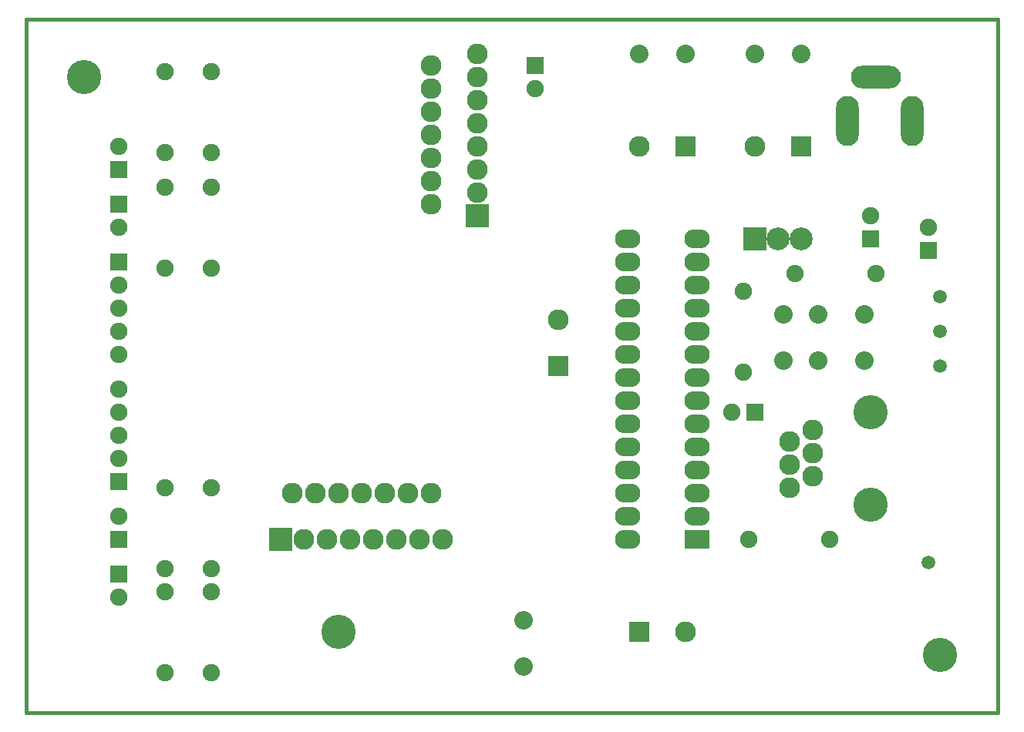
<source format=gbs>
G04 (created by PCBNEW-RS274X (20100406 SVN-R2508)-final) date 07/03/2016 07:58:10*
G01*
G70*
G90*
%MOIN*%
G04 Gerber Fmt 3.4, Leading zero omitted, Abs format*
%FSLAX34Y34*%
G04 APERTURE LIST*
%ADD10C,0.006000*%
%ADD11C,0.015000*%
%ADD12C,0.059400*%
%ADD13O,0.098700X0.216900*%
%ADD14O,0.216900X0.098700*%
%ADD15C,0.080000*%
%ADD16R,0.090000X0.090000*%
%ADD17C,0.090000*%
%ADD18O,0.110000X0.082000*%
%ADD19R,0.110000X0.082000*%
%ADD20R,0.075000X0.075000*%
%ADD21C,0.075000*%
%ADD22R,0.100000X0.100000*%
%ADD23C,0.148000*%
%ADD24C,0.098700*%
%ADD25R,0.098700X0.098700*%
G04 APERTURE END LIST*
G54D10*
G54D11*
X12000Y-45500D02*
X11000Y-45500D01*
X11000Y-15500D02*
X12000Y-15500D01*
X53000Y-45500D02*
X53000Y-15500D01*
X12000Y-45500D02*
X53000Y-45500D01*
X11000Y-15500D02*
X11000Y-45500D01*
X53000Y-15500D02*
X12000Y-15500D01*
G54D12*
X50000Y-39000D03*
X50500Y-30500D03*
X50500Y-29000D03*
X50500Y-27500D03*
G54D13*
X46500Y-19900D03*
X49300Y-19900D03*
G54D14*
X47750Y-18000D03*
G54D15*
X32500Y-41500D03*
X32500Y-43500D03*
X44500Y-17000D03*
X42500Y-17000D03*
X43750Y-30250D03*
X43750Y-28250D03*
X39500Y-17000D03*
X37500Y-17000D03*
X45250Y-28250D03*
X47250Y-28250D03*
X45250Y-30250D03*
X47250Y-30250D03*
G54D16*
X37500Y-42000D03*
G54D17*
X39500Y-42000D03*
G54D16*
X39500Y-21000D03*
G54D17*
X37500Y-21000D03*
G54D16*
X44500Y-21000D03*
G54D17*
X42500Y-21000D03*
G54D16*
X34000Y-30500D03*
G54D17*
X34000Y-28500D03*
G54D18*
X40000Y-37000D03*
X40000Y-36000D03*
X40000Y-35000D03*
X40000Y-34000D03*
X40000Y-33000D03*
X40000Y-32000D03*
X40000Y-31000D03*
X40000Y-30000D03*
X40000Y-29000D03*
X40000Y-28000D03*
X40000Y-27000D03*
X40000Y-26000D03*
X40000Y-25000D03*
G54D19*
X40000Y-38000D03*
G54D18*
X37000Y-25000D03*
X37000Y-26000D03*
X37000Y-27000D03*
X37000Y-28000D03*
X37000Y-29000D03*
X37000Y-30000D03*
X37000Y-31000D03*
X37000Y-32000D03*
X37000Y-33000D03*
X37000Y-34000D03*
X37000Y-35000D03*
X37000Y-36000D03*
X37000Y-37000D03*
X37000Y-38000D03*
G54D20*
X42500Y-32500D03*
G54D21*
X41500Y-32500D03*
G54D20*
X47500Y-25000D03*
G54D21*
X47500Y-24000D03*
G54D22*
X30500Y-24000D03*
G54D17*
X28500Y-23500D03*
X30500Y-23000D03*
X28500Y-22500D03*
X30500Y-22000D03*
X28500Y-21500D03*
X30500Y-21000D03*
X28500Y-20500D03*
X30500Y-20000D03*
X28500Y-19500D03*
X30500Y-19000D03*
X28500Y-18500D03*
X30500Y-18000D03*
X28500Y-17500D03*
X30500Y-17000D03*
G54D22*
X22000Y-38000D03*
G54D17*
X22500Y-36000D03*
X23000Y-38000D03*
X23500Y-36000D03*
X24000Y-38000D03*
X24500Y-36000D03*
X25000Y-38000D03*
X25500Y-36000D03*
X26000Y-38000D03*
X26500Y-36000D03*
X27000Y-38000D03*
X27500Y-36000D03*
X28000Y-38000D03*
X28500Y-36000D03*
X29000Y-38000D03*
G54D21*
X19000Y-43750D03*
X19000Y-40250D03*
X19000Y-39250D03*
X19000Y-35750D03*
X19000Y-17750D03*
X19000Y-21250D03*
X19000Y-22750D03*
X19000Y-26250D03*
X17000Y-43750D03*
X17000Y-40250D03*
X17000Y-39250D03*
X17000Y-35750D03*
X17000Y-17750D03*
X17000Y-21250D03*
X17000Y-22750D03*
X17000Y-26250D03*
X42000Y-27250D03*
X42000Y-30750D03*
X44250Y-26500D03*
X47750Y-26500D03*
X45750Y-38000D03*
X42250Y-38000D03*
G54D17*
X45000Y-33250D03*
X45000Y-34250D03*
X45000Y-35250D03*
X44000Y-33750D03*
X44000Y-34750D03*
X44000Y-35750D03*
G54D23*
X47500Y-32500D03*
X47500Y-36500D03*
G54D20*
X15000Y-22000D03*
G54D21*
X15000Y-21000D03*
G54D20*
X15000Y-23500D03*
G54D21*
X15000Y-24500D03*
G54D20*
X15000Y-38000D03*
G54D21*
X15000Y-37000D03*
G54D20*
X50000Y-25500D03*
G54D21*
X50000Y-24500D03*
G54D20*
X33000Y-17500D03*
G54D21*
X33000Y-18500D03*
G54D20*
X15000Y-39500D03*
G54D21*
X15000Y-40500D03*
G54D20*
X15000Y-26000D03*
G54D21*
X15000Y-27000D03*
X15000Y-28000D03*
X15000Y-29000D03*
X15000Y-30000D03*
G54D20*
X15000Y-35500D03*
G54D21*
X15000Y-34500D03*
X15000Y-33500D03*
X15000Y-32500D03*
X15000Y-31500D03*
G54D24*
X43500Y-25000D03*
X44500Y-25000D03*
G54D25*
X42500Y-25000D03*
G54D23*
X50500Y-43000D03*
X24500Y-42000D03*
X13500Y-18000D03*
M02*

</source>
